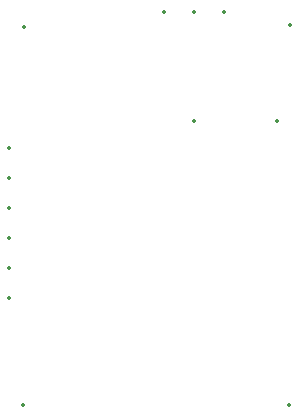
<source format=gbo>
%TF.GenerationSoftware,KiCad,Pcbnew,8.0.8*%
%TF.CreationDate,2025-02-23T18:34:37+05:30*%
%TF.ProjectId,my-template,6d792d74-656d-4706-9c61-74652e6b6963,rev?*%
%TF.SameCoordinates,Original*%
%TF.FileFunction,Legend,Bot*%
%TF.FilePolarity,Positive*%
%FSLAX46Y46*%
G04 Gerber Fmt 4.6, Leading zero omitted, Abs format (unit mm)*
G04 Created by KiCad (PCBNEW 8.0.8) date 2025-02-23 18:34:37*
%MOMM*%
%LPD*%
G01*
G04 APERTURE LIST*
%ADD10C,0.350000*%
G04 APERTURE END LIST*
D10*
X155535100Y-78765000D03*
X131765100Y-89215000D03*
X131765100Y-91755000D03*
X131765100Y-94295000D03*
X131765100Y-96835000D03*
X131765100Y-99375000D03*
X131765100Y-101915000D03*
X133035100Y-78925000D03*
X154415100Y-86925000D03*
X147415100Y-86925000D03*
X144905100Y-77675000D03*
X147445100Y-77675000D03*
X149985100Y-77675000D03*
X132965100Y-110915000D03*
X155465100Y-110955000D03*
M02*

</source>
